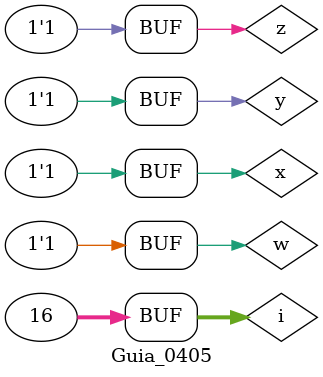
<source format=v>


module SoP (output s1,
            output s2,
            output s3,
            output s4,
            output s5,
            input  x, y, w, z); // mintermos 
    assign s1 = (~x & y) 
              | ( x & y )
              ; 
    assign s2 = (~x & ~y) 
              | (~x & y) 
              | (x & y)
              ; 
    assign s3 = (~x&~y&~z) 
              | (~x&~y&z) 
              | (~x&y&z) 
              | (x&~y&~z) 
              | (x&y&~z) 
              | (x&y&z)
              ;
    assign s4 = (~x&~y&~z) 
              | (~x&y&~z) 
              | ( x&~y&~z) 
              | (x&~y&z) 
              | (x&y&~z)
              ;
    assign s5 = (~x&~y&~w&~z) 
              | (~x&~y&~w&z) 
              | (~x&~y&w&z) 
              | (~x&y&~w&~z) 
              | (~x&y&~w&z) 
              | (x&~y&~w&~z) 
              | (x&~y&~w&z) 
              | (x&~y&w&~z) 
              | (x&y&w&~z) 
              | (x&y&w&z)
              ;
endmodule // SoP

// --------------------- 
// PoS 
// --------------------- 

module PoS (output S1,
            output S2,
            output S3,
            output S4,
            output S5,
            input  X, Y, W, Z); 
            // MAXTERMOS 
    assign S1 = (X|Y) 
              & (~X|Y)
              ; 
    assign S2 = (~X|Y)
              ; 
    assign S3 = (X|~Y|Z)
              & (~X|Y|~Z)
              ;
    assign S4 = (X|Y|~Z) 
              & (X|~Y|~Z) 
              & (~X|~Y|~Z)
              ;
    assign S5 = (X|Y|~W|Z) 
              & (X|~Y|~W|Z) 
              & (X|~Y|~W|~Z) 
              & (~X|Y|~W|~Z) 
              & (~X|~Y|W|Z) 
              & (~X|~Y|W|~Z)
              ;
endmodule // PoS 

// --------------------- 
// Guia_0405 
// --------------------- 

module Guia_0405; 
    reg   x = 0, y = 0, w = 0, z = 0; 
    wire  s1, s2, s3, s4, s5; 
    wire  S1, S2, S3, S4, S5;
    integer i = 0; 
    // instancias 
    SoP SOP (s1, s2, s3, s4, s5, x, y, w, z); 
    PoS POS (S1, S2, S3, S4, S5, x, y, w, z); 

    // valores iniciais 
    initial begin: start 
        x=1'bx; y=1'bx; w=1'bx; z=1'bx;   // indefinidos 
    end 

    // parte principal 
    initial begin: main 
        // identificacao 
        $display("Guia_0405 - Teste ");  
        
        // monitoramento 
        $display("\na.)");
        $display(" x  y = s1 S1"); 
        $monitor("%2b %2b = %2b %2b", x, y, s1, S1); 
        for (i = 0; i < 4; i = i + 1) begin
            { x, y } = i;
            #1;
        end // end for

        $display("\nb.)");
        $display(" x  y = s2 S2"); 
        $monitor("%2b %2b = %2b %2b", x, y, s2, S2); 
        for (i = 0; i < 4; i = i + 1) begin
            { x, y } = i;
            #1;
        end // end for

        $display("\nc.)");
        $display(" x  y  z = s3 S3"); 
        $monitor("%2b %2b %2b = %2b %2b", x, y, z, s3, S3); 
        for (i = 0; i < 8; i = i + 1) begin
            { x, y, z } = i;
            #1;
        end // end for

        $display("\nd.)");
        $display(" x  y  z = s4 S4"); 
        $monitor("%2b %2b %2b = %2b %2b", x, y, z, s4, S4); 
        for (i = 0; i < 8; i = i + 1) begin
            { x, y, z } = i;
            #1;
        end // end for

        $display("\ne.)");
        $display(" x  y  w  z = s5 S5"); 
        $monitor("%2b %2b %2b %2b = %2b %2b", x, y, w, z, s5, S5); 
        for (i = 0; i < 16; i = i + 1) begin
            { x, y, w, z } = i;
            #1;
        end // end for
    end 

endmodule // Guia_0405 
</source>
